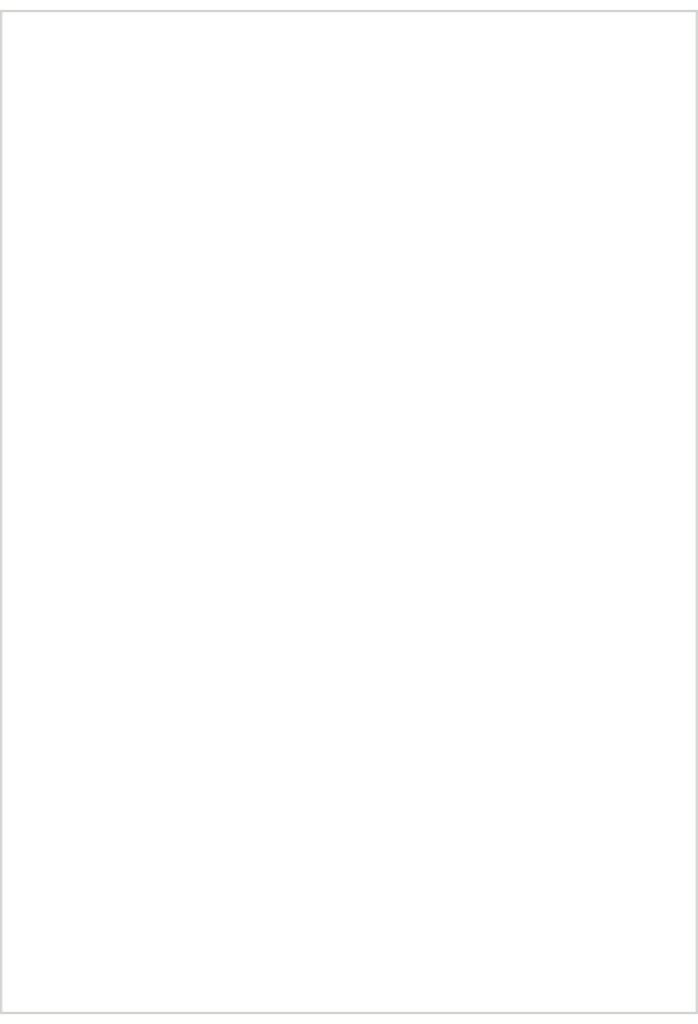
<source format=kicad_pcb>
(kicad_pcb (version 20211014) (generator pcbnew)
  (layers (0 "F.Cu" signal) (31 "B.Cu" signal) (34 "B.Paste" user) (35 "F.Paste" user) (36 "B.SilkS" user "B.Silkscreen") (37 "F.SilkS" user "F.Silkscreen") (38 "B.Mask" user) (39 "F.Mask" user) (44 "Edge.Cuts" user))
  (net 0 "")
  (footprint "MountingHole:MountingHole_3.2mm_M3" (layer "F.Cu") (at 7.5 40.2)
    (fp_text reference "REF**" hide)
    (fp_text value "MountingHole_3.2mm_M3" hide)
    (pad "" np_thru_hole oval locked (at 0 0) (size 7 3.2) (drill oval 7 3.2) (layers F&B.Cu *.Mask))
  )
  (footprint "MountingHole:MountingHole_3.2mm_M3" (layer "F.Cu") (at 7.5 3)
    (fp_text reference "REF**" hide)
    (fp_text value "MountingHole_3.2mm_M3" hide)
    (pad "" np_thru_hole oval locked (at 0 0) (size 7 3.2) (drill oval 7 3.2) (layers F&B.Cu *.Mask))
  )
  (gr_line (start 30 0) (end 30 43.2) (layer "Edge.Cuts") (width 0.1))
  (gr_line (start 0 43.2) (end 0 0) (layer "Edge.Cuts") (width 0.1))
  (gr_line (start 0 0) (end 30 0) (layer "Edge.Cuts") (width 0.1))
  (gr_line (start 30 43.2) (end 0 43.2) (layer "Edge.Cuts") (width 0.1))
)
</source>
